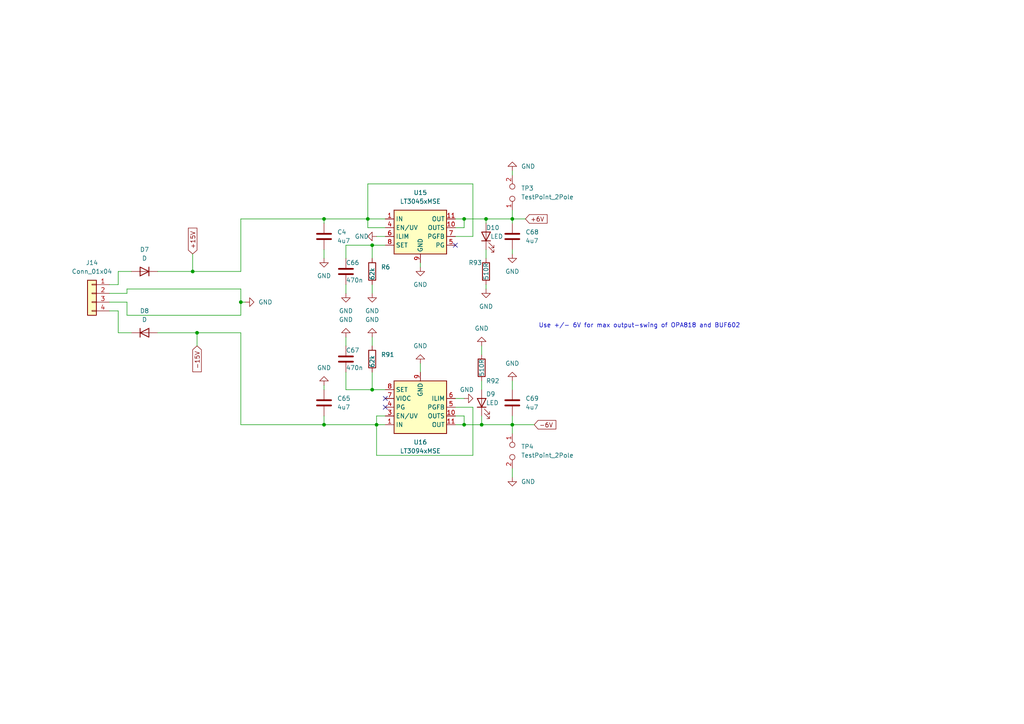
<source format=kicad_sch>
(kicad_sch (version 20250114) (generator "eeschema") (generator_version "9.0")
  (paper "A4")
  (lib_symbols
    (symbol "Connector:TestPoint_2Pole" (pin_names (offset 0.762) (hide yes))
      (property "Reference" "TP" (at 0 1.524 0))
      (property "Value" "TestPoint_2Pole" (at 0 -1.778 0))
      (symbol "TestPoint_2Pole_0_1"
        (circle (center -1.778 0) (radius 0.762))
        (circle (center 1.778 0) (radius 0.762))
        (pin passive line (at -5.08 0 0) (length 2.54) (name "1") (number "1"))
        (pin passive line (at 5.08 0 180) (length 2.54) (name "2") (number "2"))
      )
    )
    (symbol "Connector_Generic:Conn_01x04" (pin_names (offset 1.016) (hide yes))
      (property "Reference" "J" (at 0 5.08 0))
      (property "Value" "Conn_01x04" (at 0 -7.62 0))
      (symbol "Conn_01x04_1_1"
        (rectangle (start -1.27 3.81) (end 1.27 -6.35) (stroke (width 0.254)) (fill (type background)))
        (rectangle (start -1.27 2.667) (end 0 2.413) (stroke (width 0.1524)))
        (rectangle (start -1.27 0.127) (end 0 -0.127) (stroke (width 0.1524)))
        (rectangle (start -1.27 -2.413) (end 0 -2.667) (stroke (width 0.1524)))
        (rectangle (start -1.27 -4.953) (end 0 -5.207) (stroke (width 0.1524)))
        (pin passive line (at -5.08 2.54 0) (length 3.81) (name "Pin_1") (number "1"))
        (pin passive line (at -5.08 0 0) (length 3.81) (name "Pin_2") (number "2"))
        (pin passive line (at -5.08 -2.54 0) (length 3.81) (name "Pin_3") (number "3"))
        (pin passive line (at -5.08 -5.08 0) (length 3.81) (name "Pin_4") (number "4"))
      )
    )
    (symbol "Device:C" (pin_numbers (hide yes)) (pin_names (offset 0.254))
      (property "Reference" "C" (at 0.635 2.54 0))
      (property "Value" "C" (at 0.635 -2.54 0))
      (symbol "C_0_1"
        (polyline (pts (xy -2.032 0.762) (xy 2.032 0.762)) (stroke (width 0.508)))
        (polyline (pts (xy -2.032 -0.762) (xy 2.032 -0.762)) (stroke (width 0.508)))
      )
      (symbol "C_1_1"
        (pin passive line (at 0 3.81 270) (length 2.794) (name "~") (number "1"))
        (pin passive line (at 0 -3.81 90) (length 2.794) (name "~") (number "2"))
      )
    )
    (symbol "Device:D" (pin_numbers (hide yes)) (pin_names (offset 1.016) (hide yes))
      (property "Reference" "D" (at 0 2.54 0))
      (property "Value" "D" (at 0 -2.54 0))
      (symbol "D_0_1"
        (polyline (pts (xy -1.27 1.27) (xy -1.27 -1.27)) (stroke (width 0.254)))
        (polyline (pts (xy 1.27 1.27) (xy 1.27 -1.27) (xy -1.27 0) (xy 1.27 1.27)) (stroke (width 0.254)))
        (polyline (pts (xy 1.27 0) (xy -1.27 0)))
      )
      (symbol "D_1_1"
        (pin passive line (at -3.81 0 0) (length 2.54) (name "K") (number "1"))
        (pin passive line (at 3.81 0 180) (length 2.54) (name "A") (number "2"))
      )
    )
    (symbol "Device:LED" (pin_numbers (hide yes)) (pin_names (offset 1.016) (hide yes))
      (property "Reference" "D" (at 0 2.54 0))
      (property "Value" "LED" (at 0 -2.54 0))
      (symbol "LED_0_1"
        (polyline (pts (xy -3.048 -0.762) (xy -4.572 -2.286) (xy -3.81 -2.286) (xy -4.572 -2.286) (xy -4.572 -1.524)))
        (polyline (pts (xy -1.778 -0.762) (xy -3.302 -2.286) (xy -2.54 -2.286) (xy -3.302 -2.286) (xy -3.302 -1.524)))
        (polyline (pts (xy -1.27 0) (xy 1.27 0)))
        (polyline (pts (xy -1.27 -1.27) (xy -1.27 1.27)) (stroke (width 0.254)))
        (polyline (pts (xy 1.27 -1.27) (xy 1.27 1.27) (xy -1.27 0) (xy 1.27 -1.27)) (stroke (width 0.254)))
      )
      (symbol "LED_1_1"
        (pin passive line (at -3.81 0 0) (length 2.54) (name "K") (number "1"))
        (pin passive line (at 3.81 0 180) (length 2.54) (name "A") (number "2"))
      )
    )
    (symbol "Device:R" (pin_numbers (hide yes)) (pin_names (offset 0))
      (property "Reference" "R" (at 2.032 0 90))
      (property "Value" "R" (at 0 0 90))
      (symbol "R_0_1"
        (rectangle (start -1.016 -2.54) (end 1.016 2.54) (stroke (width 0.254)))
      )
      (symbol "R_1_1"
        (pin passive line (at 0 3.81 270) (length 1.27) (name "~") (number "1"))
        (pin passive line (at 0 -3.81 90) (length 1.27) (name "~") (number "2"))
      )
    )
    (symbol "Regulator_Linear:LT3045xMSE"
      (property "Reference" "U" (at -6.35 6.35 0))
      (property "Value" "LT3045xMSE" (at 1.27 6.35 0))
      (symbol "LT3045xMSE_0_1"
        (rectangle (start -7.62 5.08) (end 7.62 -7.62) (stroke (width 0.254)) (fill (type background)))
      )
      (symbol "LT3045xMSE_1_1"
        (pin power_in line (at -10.16 2.54 0) (length 2.54) (name "IN") (number "1"))
        (pin passive line (at -10.16 2.54 0) (length 2.54) (hide yes) (name "IN") (number "2"))
        (pin passive line (at -10.16 2.54 0) (length 2.54) (hide yes) (name "IN") (number "3"))
        (pin input line (at -10.16 0 0) (length 2.54) (name "EN/UV") (number "4"))
        (pin passive line (at -10.16 -2.54 0) (length 2.54) (name "ILIM") (number "6"))
        (pin passive line (at -10.16 -5.08 0) (length 2.54) (name "SET") (number "8"))
        (pin passive line (at 0 -10.16 90) (length 2.54) (hide yes) (name "GND") (number "13"))
        (pin power_in line (at 0 -10.16 90) (length 2.54) (name "GND") (number "9"))
        (pin power_out line (at 10.16 2.54 180) (length 2.54) (name "OUT") (number "11"))
        (pin passive line (at 10.16 2.54 180) (length 2.54) (hide yes) (name "OUT") (number "12"))
        (pin input line (at 10.16 0 180) (length 2.54) (name "OUTS") (number "10"))
        (pin input line (at 10.16 -2.54 180) (length 2.54) (name "PGFB") (number "7"))
        (pin open_collector line (at 10.16 -5.08 180) (length 2.54) (name "PG") (number "5"))
      )
    )
    (symbol "Regulator_Linear:LT3094xMSE"
      (property "Reference" "U" (at -6.35 8.89 0))
      (property "Value" "LT3094xMSE" (at 1.27 8.89 0))
      (symbol "LT3094xMSE_0_0"
        (pin passive line (at -10.16 5.08 0) (length 2.54) (hide yes) (name "IN") (number "13"))
        (pin passive line (at 10.16 5.08 180) (length 2.54) (hide yes) (name "OUT") (number "12"))
      )
      (symbol "LT3094xMSE_0_1"
        (rectangle (start 7.62 7.62) (end -7.62 -7.62) (stroke (width 0.254)) (fill (type background)))
      )
      (symbol "LT3094xMSE_1_1"
        (pin power_in line (at -10.16 5.08 0) (length 2.54) (name "IN") (number "1"))
        (pin passive line (at -10.16 5.08 0) (length 2.54) (hide yes) (name "IN") (number "2"))
        (pin input line (at -10.16 2.54 0) (length 2.54) (name "EN/UV") (number "3"))
        (pin open_collector line (at -10.16 0 0) (length 2.54) (name "PG") (number "4"))
        (pin passive line (at -10.16 -2.54 0) (length 2.54) (name "VIOC") (number "7"))
        (pin passive line (at -10.16 -5.08 0) (length 2.54) (name "SET") (number "8"))
        (pin power_in line (at 0 -10.16 90) (length 2.54) (name "GND") (number "9"))
        (pin power_out line (at 10.16 5.08 180) (length 2.54) (name "OUT") (number "11"))
        (pin input line (at 10.16 2.54 180) (length 2.54) (name "OUTS") (number "10"))
        (pin input line (at 10.16 0 180) (length 2.54) (name "PGFB") (number "5"))
        (pin passive line (at 10.16 -2.54 180) (length 2.54) (name "ILIM") (number "6"))
      )
    )
    (symbol "power:GND" (power) (pin_names (offset 0))
      (property "Value" "GND" (at 0 -3.81 0))
      (symbol "GND_0_1"
        (polyline (pts (xy 0 0) (xy 0 -1.27) (xy 1.27 -1.27) (xy 0 -2.54) (xy -1.27 -1.27) (xy 0 -1.27)))
      )
      (symbol "GND_1_1"
        (pin power_in line (at 0 0 270) (length 0) (hide yes) (name "GND") (number "1"))
      )
    )
  )
  (text "Use +/- 6V for max output-swing of OPA818 and BUF602" (at 156.21 95.25 0) (effects (font (size 1.27 1.27)) (justify left bottom)))
  (junction (at 93.98 123.19))
  (junction (at 93.98 63.5))
  (junction (at 134.62 63.5))
  (junction (at 107.95 71.12))
  (junction (at 57.15 96.52))
  (junction (at 140.97 63.5))
  (junction (at 134.62 123.19))
  (junction (at 69.85 87.63))
  (junction (at 109.22 123.19))
  (junction (at 106.68 63.5))
  (junction (at 107.95 113.03))
  (junction (at 55.88 78.74))
  (junction (at 148.59 63.5))
  (junction (at 139.7 123.19))
  (junction (at 148.59 123.19))
  (no_connect (at 111.76 118.11))
  (no_connect (at 111.76 115.57))
  (no_connect (at 132.08 71.12))
  (wire (pts (xy 134.62 120.65) (xy 134.62 123.19)))
  (wire (pts (xy 140.97 72.39) (xy 140.97 74.93)))
  (wire (pts (xy 69.85 78.74) (xy 69.85 63.5)))
  (wire (pts (xy 34.29 96.52) (xy 38.1 96.52)))
  (wire (pts (xy 148.59 135.89) (xy 148.59 138.43)))
  (wire (pts (xy 132.08 115.57) (xy 134.62 115.57)))
  (wire (pts (xy 140.97 63.5) (xy 140.97 64.77)))
  (wire (pts (xy 106.68 53.34) (xy 106.68 63.5)))
  (wire (pts (xy 137.16 53.34) (xy 106.68 53.34)))
  (wire (pts (xy 111.76 120.65) (xy 109.22 120.65)))
  (wire (pts (xy 38.1 78.74) (xy 34.29 78.74)))
  (wire (pts (xy 36.83 85.09) (xy 36.83 83.82)))
  (wire (pts (xy 111.76 113.03) (xy 107.95 113.03)))
  (wire (pts (xy 111.76 123.19) (xy 109.22 123.19)))
  (wire (pts (xy 93.98 120.65) (xy 93.98 123.19)))
  (wire (pts (xy 148.59 60.96) (xy 148.59 63.5)))
  (wire (pts (xy 69.85 87.63) (xy 71.12 87.63)))
  (wire (pts (xy 134.62 63.5) (xy 134.62 66.04)))
  (wire (pts (xy 45.72 96.52) (xy 57.15 96.52)))
  (wire (pts (xy 137.16 132.08) (xy 109.22 132.08)))
  (wire (pts (xy 139.7 120.65) (xy 139.7 123.19)))
  (wire (pts (xy 36.83 91.44) (xy 69.85 91.44)))
  (wire (pts (xy 36.83 83.82) (xy 69.85 83.82)))
  (wire (pts (xy 134.62 123.19) (xy 139.7 123.19)))
  (wire (pts (xy 148.59 49.53) (xy 148.59 50.8)))
  (wire (pts (xy 55.88 78.74) (xy 69.85 78.74)))
  (wire (pts (xy 36.83 87.63) (xy 31.75 87.63)))
  (wire (pts (xy 93.98 72.39) (xy 93.98 74.93)))
  (wire (pts (xy 111.76 63.5) (xy 106.68 63.5)))
  (wire (pts (xy 137.16 68.58) (xy 137.16 53.34)))
  (wire (pts (xy 69.85 96.52) (xy 69.85 123.19)))
  (wire (pts (xy 31.75 90.17) (xy 34.29 90.17)))
  (wire (pts (xy 132.08 66.04) (xy 134.62 66.04)))
  (wire (pts (xy 107.95 82.55) (xy 107.95 85.09)))
  (wire (pts (xy 107.95 97.79) (xy 107.95 100.33)))
  (wire (pts (xy 107.95 71.12) (xy 100.33 71.12)))
  (wire (pts (xy 36.83 91.44) (xy 36.83 87.63)))
  (wire (pts (xy 100.33 71.12) (xy 100.33 74.93)))
  (wire (pts (xy 137.16 118.11) (xy 137.16 132.08)))
  (wire (pts (xy 139.7 100.33) (xy 139.7 102.87)))
  (wire (pts (xy 100.33 113.03) (xy 100.33 107.95)))
  (wire (pts (xy 31.75 85.09) (xy 36.83 85.09)))
  (wire (pts (xy 100.33 97.79) (xy 100.33 100.33)))
  (wire (pts (xy 34.29 82.55) (xy 31.75 82.55)))
  (wire (pts (xy 132.08 63.5) (xy 134.62 63.5)))
  (wire (pts (xy 148.59 63.5) (xy 148.59 64.77)))
  (wire (pts (xy 109.22 123.19) (xy 93.98 123.19)))
  (wire (pts (xy 107.95 107.95) (xy 107.95 113.03)))
  (wire (pts (xy 132.08 68.58) (xy 137.16 68.58)))
  (wire (pts (xy 57.15 96.52) (xy 69.85 96.52)))
  (wire (pts (xy 148.59 120.65) (xy 148.59 123.19)))
  (wire (pts (xy 148.59 123.19) (xy 154.94 123.19)))
  (wire (pts (xy 109.22 120.65) (xy 109.22 123.19)))
  (wire (pts (xy 107.95 113.03) (xy 100.33 113.03)))
  (wire (pts (xy 106.68 66.04) (xy 106.68 63.5)))
  (wire (pts (xy 55.88 73.66) (xy 55.88 78.74)))
  (wire (pts (xy 69.85 123.19) (xy 93.98 123.19)))
  (wire (pts (xy 111.76 71.12) (xy 107.95 71.12)))
  (wire (pts (xy 121.92 107.95) (xy 121.92 105.41)))
  (wire (pts (xy 139.7 110.49) (xy 139.7 113.03)))
  (wire (pts (xy 69.85 91.44) (xy 69.85 87.63)))
  (wire (pts (xy 140.97 63.5) (xy 148.59 63.5)))
  (wire (pts (xy 139.7 123.19) (xy 148.59 123.19)))
  (wire (pts (xy 93.98 111.76) (xy 93.98 113.03)))
  (wire (pts (xy 148.59 72.39) (xy 148.59 73.66)))
  (wire (pts (xy 107.95 71.12) (xy 107.95 74.93)))
  (wire (pts (xy 100.33 82.55) (xy 100.33 85.09)))
  (wire (pts (xy 57.15 96.52) (xy 57.15 100.33)))
  (wire (pts (xy 109.22 68.58) (xy 111.76 68.58)))
  (wire (pts (xy 132.08 120.65) (xy 134.62 120.65)))
  (wire (pts (xy 148.59 123.19) (xy 148.59 125.73)))
  (wire (pts (xy 111.76 66.04) (xy 106.68 66.04)))
  (wire (pts (xy 34.29 96.52) (xy 34.29 90.17)))
  (wire (pts (xy 140.97 82.55) (xy 140.97 83.82)))
  (wire (pts (xy 109.22 132.08) (xy 109.22 123.19)))
  (wire (pts (xy 121.92 76.2) (xy 121.92 77.47)))
  (wire (pts (xy 132.08 123.19) (xy 134.62 123.19)))
  (wire (pts (xy 148.59 110.49) (xy 148.59 113.03)))
  (wire (pts (xy 106.68 63.5) (xy 93.98 63.5)))
  (wire (pts (xy 132.08 118.11) (xy 137.16 118.11)))
  (wire (pts (xy 134.62 63.5) (xy 140.97 63.5)))
  (wire (pts (xy 34.29 78.74) (xy 34.29 82.55)))
  (wire (pts (xy 69.85 63.5) (xy 93.98 63.5)))
  (wire (pts (xy 69.85 83.82) (xy 69.85 87.63)))
  (wire (pts (xy 93.98 63.5) (xy 93.98 64.77)))
  (wire (pts (xy 148.59 63.5) (xy 152.4 63.5)))
  (wire (pts (xy 45.72 78.74) (xy 55.88 78.74)))
  (global_label "+15V" (shape input) (at 55.88 73.66 90) (property "Intersheetrefs" "${INTERSHEET_REFS}" (effects (hide yes))))
  (global_label "-15V" (shape input) (at 57.15 100.33 270) (property "Intersheetrefs" "${INTERSHEET_REFS}" (effects (hide yes))))
  (global_label "+6V" (shape input) (at 152.4 63.5 0) (property "Intersheetrefs" "${INTERSHEET_REFS}" (effects (hide yes))))
  (global_label "-6V" (shape input) (at 154.94 123.19 0) (property "Intersheetrefs" "${INTERSHEET_REFS}" (effects (hide yes))))
  (symbol (lib_id "power:GND") (at 107.95 97.79 180) (unit 1)
    (property "Reference" "#PWR0182" (effects (hide yes)))
    (property "Value" "GND" (at 107.95 92.71 0))
  )
  (symbol (lib_id "Regulator_Linear:LT3094xMSE") (at 121.92 118.11 0) (mirror x) (unit 1)
    (property "Reference" "U16" (at 121.92 128.27 0))
    (property "Value" "LT3094xMSE" (at 121.92 130.81 0))
    (property "Footprint" "Package_SO:MSOP-12-1EP_3x4mm_P0.65mm_EP1.65x2.85mm" (effects (hide yes)))
    (property "Datasheet" "https://www.analog.com/media/en/technical-documentation/data-sheets/LT3094.pdf" (effects (hide yes)))
  )
  (symbol (lib_id "Device:R") (at 107.95 78.74 0) (unit 1)
    (property "Reference" "R6" (at 110.49 77.4699 0) (effects (justify left)))
    (property "Value" "62k" (at 107.95 81.28 90) (effects (justify left)))
    (property "Footprint" "Resistor_SMD:R_0805_2012Metric" (effects (hide yes)))
  )
  (symbol (lib_id "power:GND") (at 71.12 87.63 90) (unit 1)
    (property "Reference" "#PWR0188" (effects (hide yes)))
    (property "Value" "GND" (at 74.93 87.6299 90) (effects (justify right)))
  )
  (symbol (lib_id "Device:R") (at 107.95 104.14 0) (unit 1)
    (property "Reference" "R91" (at 110.49 102.8699 0) (effects (justify left)))
    (property "Value" "62k" (at 107.95 106.68 90) (effects (justify left)))
    (property "Footprint" "Resistor_SMD:R_0805_2012Metric" (effects (hide yes)))
  )
  (symbol (lib_id "Device:C") (at 148.59 68.58 0) (unit 1)
    (property "Reference" "C68" (at 152.4 67.3099 0) (effects (justify left)))
    (property "Value" "4u7" (at 152.4 69.8499 0) (effects (justify left)))
    (property "Footprint" "Capacitor_SMD:C_0805_2012Metric" (effects (hide yes)))
  )
  (symbol (lib_id "power:GND") (at 134.62 115.57 90) (unit 1)
    (property "Reference" "#PWR0186" (effects (hide yes)))
    (property "Value" "GND" (at 133.35 113.03 90) (effects (justify right)))
  )
  (symbol (lib_id "Device:C") (at 100.33 104.14 0) (unit 1)
    (property "Reference" "C67" (at 100.33 101.6 0) (effects (justify left)))
    (property "Value" "470n" (at 100.33 106.68 0) (effects (justify left)))
    (property "Footprint" "Capacitor_SMD:C_0805_2012Metric" (effects (hide yes)))
  )
  (symbol (lib_id "Device:C") (at 148.59 116.84 0) (unit 1)
    (property "Reference" "C69" (at 152.4 115.5699 0) (effects (justify left)))
    (property "Value" "4u7" (at 152.4 118.1099 0) (effects (justify left)))
    (property "Footprint" "Capacitor_SMD:C_0805_2012Metric" (effects (hide yes)))
  )
  (symbol (lib_id "Device:R") (at 140.97 78.74 0) (unit 1)
    (property "Reference" "R93" (at 135.89 76.2 0) (effects (justify left)))
    (property "Value" "510R" (at 140.97 81.28 90) (effects (justify left)))
    (property "Footprint" "Resistor_SMD:R_0805_2012Metric" (effects (hide yes)))
  )
  (symbol (lib_id "power:GND") (at 100.33 85.09 0) (unit 1)
    (property "Reference" "#PWR0180" (effects (hide yes)))
    (property "Value" "GND" (at 100.33 90.17 0))
  )
  (symbol (lib_id "Device:C") (at 93.98 116.84 0) (unit 1)
    (property "Reference" "C65" (at 97.79 115.5699 0) (effects (justify left)))
    (property "Value" "4u7" (at 97.79 118.1099 0) (effects (justify left)))
    (property "Footprint" "Capacitor_SMD:C_0805_2012Metric" (effects (hide yes)))
  )
  (symbol (lib_id "Connector:TestPoint_2Pole") (at 148.59 130.81 270) (unit 1)
    (property "Reference" "TP4" (at 151.13 129.5399 90) (effects (justify left)))
    (property "Value" "TestPoint_2Pole" (at 151.13 132.0799 90) (effects (justify left)))
    (property "Footprint" "TestPoint:TestPoint_2Pads_Pitch2.54mm_Drill0.8mm" (effects (hide yes)))
  )
  (symbol (lib_id "power:GND") (at 148.59 110.49 180) (unit 1)
    (property "Reference" "#PWR0185" (effects (hide yes)))
    (property "Value" "GND" (at 148.59 105.41 0))
  )
  (symbol (lib_id "Device:D") (at 41.91 78.74 180) (unit 1)
    (property "Reference" "D7" (at 41.91 72.39 0))
    (property "Value" "D" (at 41.91 74.93 0))
    (property "Footprint" "Diode_SMD:D_SMB" (effects (hide yes)))
  )
  (symbol (lib_id "power:GND") (at 139.7 100.33 180) (unit 1)
    (property "Reference" "#PWR0192" (effects (hide yes)))
    (property "Value" "GND" (at 139.7 95.25 0))
  )
  (symbol (lib_id "power:GND") (at 148.59 49.53 180) (unit 1)
    (property "Reference" "#PWR0189" (effects (hide yes)))
    (property "Value" "GND" (at 151.13 48.2599 0) (effects (justify right)))
  )
  (symbol (lib_id "power:GND") (at 148.59 73.66 0) (unit 1)
    (property "Reference" "#PWR0105" (effects (hide yes)))
    (property "Value" "GND" (at 148.59 78.74 0))
  )
  (symbol (lib_id "Device:C") (at 100.33 78.74 0) (unit 1)
    (property "Reference" "C66" (at 100.33 76.2 0) (effects (justify left)))
    (property "Value" "470n" (at 100.33 81.28 0) (effects (justify left)))
    (property "Footprint" "Capacitor_SMD:C_0805_2012Metric" (effects (hide yes)))
  )
  (symbol (lib_id "power:GND") (at 140.97 83.82 0) (unit 1)
    (property "Reference" "#PWR0190" (effects (hide yes)))
    (property "Value" "GND" (at 140.97 88.9 0))
  )
  (symbol (lib_id "power:GND") (at 107.95 85.09 0) (unit 1)
    (property "Reference" "#PWR0183" (effects (hide yes)))
    (property "Value" "GND" (at 107.95 90.17 0))
  )
  (symbol (lib_id "power:GND") (at 109.22 68.58 270) (unit 1)
    (property "Reference" "#PWR0114" (effects (hide yes)))
    (property "Value" "GND" (at 102.87 68.58 90) (effects (justify left)))
  )
  (symbol (lib_id "power:GND") (at 93.98 74.93 0) (unit 1)
    (property "Reference" "#PWR0178" (effects (hide yes)))
    (property "Value" "GND" (at 93.98 80.01 0))
  )
  (symbol (lib_id "Connector_Generic:Conn_01x04") (at 26.67 85.09 0) (mirror y) (unit 1)
    (property "Reference" "J14" (at 26.67 76.2 0))
    (property "Value" "Conn_01x04" (at 26.67 78.74 0))
    (property "Footprint" "TerminalBlock_TE-Connectivity:TerminalBlock_TE_282834-4_1x04_P2.54mm_Horizontal" (effects (hide yes)))
  )
  (symbol (lib_id "Device:LED") (at 140.97 68.58 90) (unit 1)
    (property "Reference" "D10" (at 140.97 66.04 90) (effects (justify right)))
    (property "Value" "LED" (at 142.24 68.58 90) (effects (justify right)))
    (property "Footprint" "LED_SMD:LED_0805_2012Metric" (effects (hide yes)))
  )
  (symbol (lib_id "power:GND") (at 121.92 77.47 0) (unit 1)
    (property "Reference" "#PWR0179" (effects (hide yes)))
    (property "Value" "GND" (at 121.92 82.55 0))
  )
  (symbol (lib_id "Regulator_Linear:LT3045xMSE") (at 121.92 66.04 0) (unit 1)
    (property "Reference" "U15" (at 121.92 55.88 0))
    (property "Value" "LT3045xMSE" (at 121.92 58.42 0))
    (property "Footprint" "Package_SO:MSOP-12-1EP_3x4mm_P0.65mm_EP1.65x2.85mm" (effects (hide yes)))
    (property "Datasheet" "https://www.analog.com/media/en/technical-documentation/data-sheets/3045fa.pdf" (effects (hide yes)))
  )
  (symbol (lib_id "power:GND") (at 121.92 105.41 180) (unit 1)
    (property "Reference" "#PWR0187" (effects (hide yes)))
    (property "Value" "GND" (at 121.92 100.33 0))
  )
  (symbol (lib_id "power:GND") (at 148.59 138.43 0) (unit 1)
    (property "Reference" "#PWR0191" (effects (hide yes)))
    (property "Value" "GND" (at 151.13 139.6999 0) (effects (justify left)))
  )
  (symbol (lib_id "Device:C") (at 93.98 68.58 0) (unit 1)
    (property "Reference" "C4" (at 97.79 67.3099 0) (effects (justify left)))
    (property "Value" "4u7" (at 97.79 69.8499 0) (effects (justify left)))
    (property "Footprint" "Capacitor_SMD:C_0805_2012Metric" (effects (hide yes)))
  )
  (symbol (lib_id "Device:R") (at 139.7 106.68 0) (unit 1)
    (property "Reference" "R92" (at 140.97 110.49 0) (effects (justify left)))
    (property "Value" "510R" (at 139.7 109.22 90) (effects (justify left)))
    (property "Footprint" "Resistor_SMD:R_0805_2012Metric" (effects (hide yes)))
  )
  (symbol (lib_id "Connector:TestPoint_2Pole") (at 148.59 55.88 90) (unit 1)
    (property "Reference" "TP3" (at 151.13 54.6099 90) (effects (justify right)))
    (property "Value" "TestPoint_2Pole" (at 151.13 57.1499 90) (effects (justify right)))
    (property "Footprint" "TestPoint:TestPoint_2Pads_Pitch2.54mm_Drill0.8mm" (effects (hide yes)))
  )
  (symbol (lib_id "power:GND") (at 100.33 97.79 180) (unit 1)
    (property "Reference" "#PWR0181" (effects (hide yes)))
    (property "Value" "GND" (at 100.33 92.71 0))
  )
  (symbol (lib_id "Device:LED") (at 139.7 116.84 90) (unit 1)
    (property "Reference" "D9" (at 140.97 114.3 90) (effects (justify right)))
    (property "Value" "LED" (at 140.97 116.84 90) (effects (justify right)))
    (property "Footprint" "LED_SMD:LED_0805_2012Metric" (effects (hide yes)))
  )
  (symbol (lib_id "power:GND") (at 93.98 111.76 180) (unit 1)
    (property "Reference" "#PWR0184" (effects (hide yes)))
    (property "Value" "GND" (at 93.98 106.68 0))
  )
  (symbol (lib_id "Device:D") (at 41.91 96.52 0) (unit 1)
    (property "Reference" "D8" (at 41.91 90.17 0))
    (property "Value" "D" (at 41.91 92.71 0))
    (property "Footprint" "Diode_SMD:D_SMB" (effects (hide yes)))
  )
)
</source>
